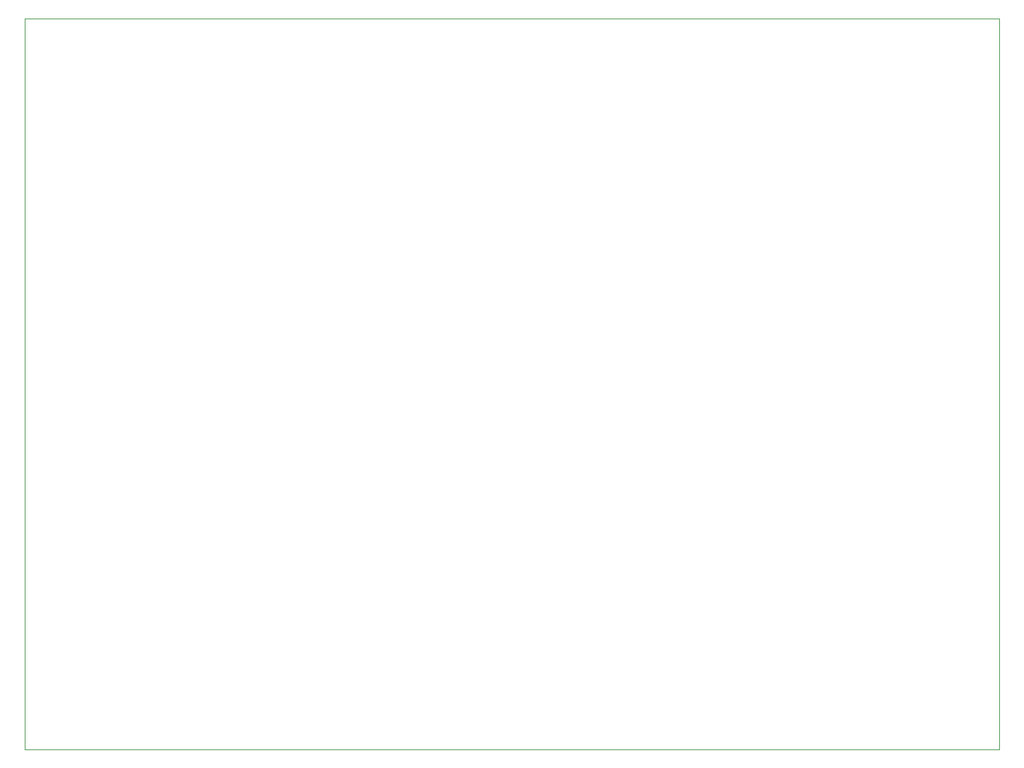
<source format=gbr>
%TF.GenerationSoftware,KiCad,Pcbnew,5.1.6-c6e7f7d~87~ubuntu20.04.1*%
%TF.CreationDate,2020-11-03T02:20:16-05:00*%
%TF.ProjectId,radio,72616469-6f2e-46b6-9963-61645f706362,rev?*%
%TF.SameCoordinates,Original*%
%TF.FileFunction,Profile,NP*%
%FSLAX46Y46*%
G04 Gerber Fmt 4.6, Leading zero omitted, Abs format (unit mm)*
G04 Created by KiCad (PCBNEW 5.1.6-c6e7f7d~87~ubuntu20.04.1) date 2020-11-03 02:20:16*
%MOMM*%
%LPD*%
G01*
G04 APERTURE LIST*
%TA.AperFunction,Profile*%
%ADD10C,0.050000*%
%TD*%
G04 APERTURE END LIST*
D10*
X170000000Y-50000000D02*
X50000000Y-50000000D01*
X170000000Y-140000000D02*
X170000000Y-50000000D01*
X50000000Y-140000000D02*
X170000000Y-140000000D01*
X50000000Y-50000000D02*
X50000000Y-140000000D01*
M02*

</source>
